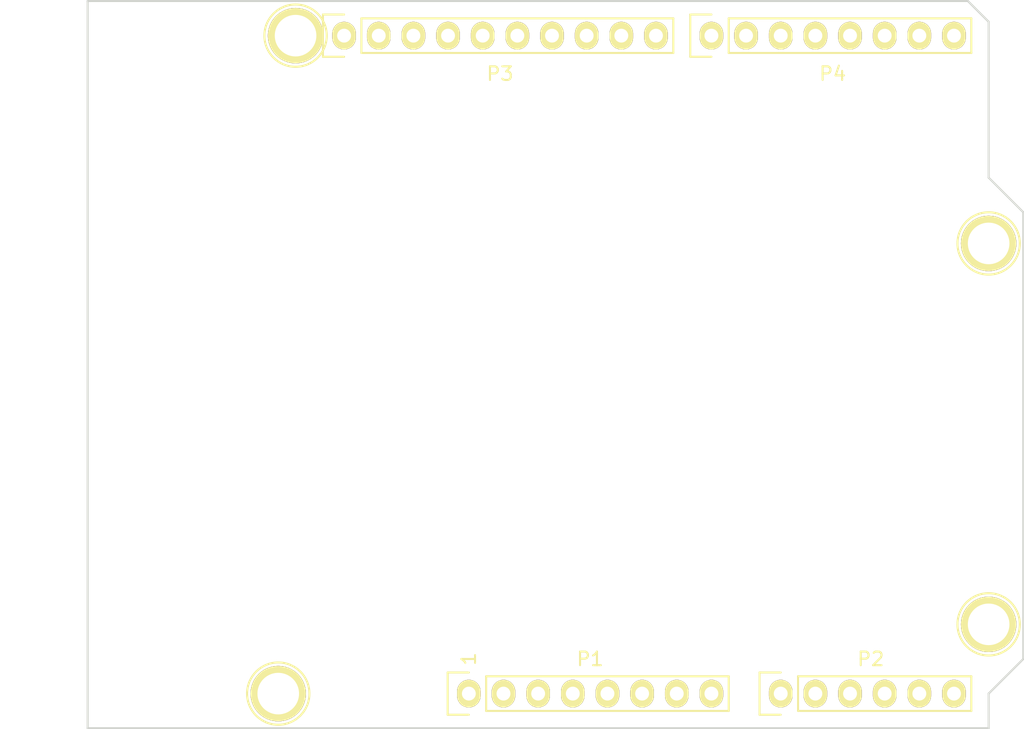
<source format=kicad_pcb>
(kicad_pcb (version 4) (host pcbnew 4.0.6-e0-6349~53~ubuntu16.04.1)

  (general
    (links 4)
    (no_connects 4)
    (area 104.572999 71.542 182.071334 127.694)
    (thickness 1.6)
    (drawings 27)
    (tracks 0)
    (zones 0)
    (modules 8)
    (nets 33)
  )

  (page A4)
  (title_block
    (date "lun. 30 mars 2015")
  )

  (layers
    (0 F.Cu signal)
    (31 B.Cu signal)
    (32 B.Adhes user)
    (33 F.Adhes user)
    (34 B.Paste user)
    (35 F.Paste user)
    (36 B.SilkS user)
    (37 F.SilkS user)
    (38 B.Mask user)
    (39 F.Mask user)
    (40 Dwgs.User user)
    (41 Cmts.User user)
    (42 Eco1.User user)
    (43 Eco2.User user)
    (44 Edge.Cuts user)
    (45 Margin user)
    (46 B.CrtYd user)
    (47 F.CrtYd user)
    (48 B.Fab user)
    (49 F.Fab user)
  )

  (setup
    (last_trace_width 0.25)
    (trace_clearance 0.2)
    (zone_clearance 0.508)
    (zone_45_only no)
    (trace_min 0.2)
    (segment_width 0.15)
    (edge_width 0.15)
    (via_size 0.6)
    (via_drill 0.4)
    (via_min_size 0.4)
    (via_min_drill 0.3)
    (uvia_size 0.3)
    (uvia_drill 0.1)
    (uvias_allowed no)
    (uvia_min_size 0.2)
    (uvia_min_drill 0.1)
    (pcb_text_width 0.3)
    (pcb_text_size 1.5 1.5)
    (mod_edge_width 0.15)
    (mod_text_size 1 1)
    (mod_text_width 0.15)
    (pad_size 4.064 4.064)
    (pad_drill 3.048)
    (pad_to_mask_clearance 0)
    (aux_axis_origin 110.998 126.365)
    (grid_origin 110.998 126.365)
    (visible_elements FFFFFF7F)
    (pcbplotparams
      (layerselection 0x00030_80000001)
      (usegerberextensions false)
      (excludeedgelayer true)
      (linewidth 0.100000)
      (plotframeref false)
      (viasonmask false)
      (mode 1)
      (useauxorigin false)
      (hpglpennumber 1)
      (hpglpenspeed 20)
      (hpglpendiameter 15)
      (hpglpenoverlay 2)
      (psnegative false)
      (psa4output false)
      (plotreference true)
      (plotvalue true)
      (plotinvisibletext false)
      (padsonsilk false)
      (subtractmaskfromsilk false)
      (outputformat 1)
      (mirror false)
      (drillshape 1)
      (scaleselection 1)
      (outputdirectory ""))
  )

  (net 0 "")
  (net 1 /IOREF)
  (net 2 /Reset)
  (net 3 +5V)
  (net 4 GND)
  (net 5 /Vin)
  (net 6 /A0)
  (net 7 /A1)
  (net 8 /A2)
  (net 9 /A3)
  (net 10 /AREF)
  (net 11 "/A4(SDA)")
  (net 12 "/A5(SCL)")
  (net 13 "/9(**)")
  (net 14 /8)
  (net 15 /7)
  (net 16 "/6(**)")
  (net 17 "/5(**)")
  (net 18 /4)
  (net 19 "/3(**)")
  (net 20 /2)
  (net 21 "/1(Tx)")
  (net 22 "/0(Rx)")
  (net 23 "Net-(P5-Pad1)")
  (net 24 "Net-(P6-Pad1)")
  (net 25 "Net-(P7-Pad1)")
  (net 26 "Net-(P8-Pad1)")
  (net 27 "/13(SCK)")
  (net 28 "/10(**/SS)")
  (net 29 "Net-(P1-Pad1)")
  (net 30 +3V3)
  (net 31 "/12(MISO)")
  (net 32 "/11(**/MOSI)")

  (net_class Default "This is the default net class."
    (clearance 0.2)
    (trace_width 0.25)
    (via_dia 0.6)
    (via_drill 0.4)
    (uvia_dia 0.3)
    (uvia_drill 0.1)
    (add_net +3V3)
    (add_net +5V)
    (add_net "/0(Rx)")
    (add_net "/1(Tx)")
    (add_net "/10(**/SS)")
    (add_net "/11(**/MOSI)")
    (add_net "/12(MISO)")
    (add_net "/13(SCK)")
    (add_net /2)
    (add_net "/3(**)")
    (add_net /4)
    (add_net "/5(**)")
    (add_net "/6(**)")
    (add_net /7)
    (add_net /8)
    (add_net "/9(**)")
    (add_net /A0)
    (add_net /A1)
    (add_net /A2)
    (add_net /A3)
    (add_net "/A4(SDA)")
    (add_net "/A5(SCL)")
    (add_net /AREF)
    (add_net /IOREF)
    (add_net /Reset)
    (add_net /Vin)
    (add_net GND)
    (add_net "Net-(P1-Pad1)")
    (add_net "Net-(P5-Pad1)")
    (add_net "Net-(P6-Pad1)")
    (add_net "Net-(P7-Pad1)")
    (add_net "Net-(P8-Pad1)")
  )

  (module Socket_Arduino_Uno:Socket_Strip_Arduino_1x08 locked (layer F.Cu) (tedit 552168D2) (tstamp 551AF9EA)
    (at 138.938 123.825)
    (descr "Through hole socket strip")
    (tags "socket strip")
    (path /56D70129)
    (fp_text reference P1 (at 8.89 -2.54) (layer F.SilkS)
      (effects (font (size 1 1) (thickness 0.15)))
    )
    (fp_text value Power (at 8.89 -4.064) (layer F.Fab)
      (effects (font (size 1 1) (thickness 0.15)))
    )
    (fp_line (start -1.75 -1.75) (end -1.75 1.75) (layer F.CrtYd) (width 0.05))
    (fp_line (start 19.55 -1.75) (end 19.55 1.75) (layer F.CrtYd) (width 0.05))
    (fp_line (start -1.75 -1.75) (end 19.55 -1.75) (layer F.CrtYd) (width 0.05))
    (fp_line (start -1.75 1.75) (end 19.55 1.75) (layer F.CrtYd) (width 0.05))
    (fp_line (start 1.27 1.27) (end 19.05 1.27) (layer F.SilkS) (width 0.15))
    (fp_line (start 19.05 1.27) (end 19.05 -1.27) (layer F.SilkS) (width 0.15))
    (fp_line (start 19.05 -1.27) (end 1.27 -1.27) (layer F.SilkS) (width 0.15))
    (fp_line (start -1.55 1.55) (end 0 1.55) (layer F.SilkS) (width 0.15))
    (fp_line (start 1.27 1.27) (end 1.27 -1.27) (layer F.SilkS) (width 0.15))
    (fp_line (start 0 -1.55) (end -1.55 -1.55) (layer F.SilkS) (width 0.15))
    (fp_line (start -1.55 -1.55) (end -1.55 1.55) (layer F.SilkS) (width 0.15))
    (pad 1 thru_hole oval (at 0 0) (size 1.7272 2.032) (drill 1.016) (layers *.Cu *.Mask F.SilkS)
      (net 29 "Net-(P1-Pad1)"))
    (pad 2 thru_hole oval (at 2.54 0) (size 1.7272 2.032) (drill 1.016) (layers *.Cu *.Mask F.SilkS)
      (net 1 /IOREF))
    (pad 3 thru_hole oval (at 5.08 0) (size 1.7272 2.032) (drill 1.016) (layers *.Cu *.Mask F.SilkS)
      (net 2 /Reset))
    (pad 4 thru_hole oval (at 7.62 0) (size 1.7272 2.032) (drill 1.016) (layers *.Cu *.Mask F.SilkS)
      (net 30 +3V3))
    (pad 5 thru_hole oval (at 10.16 0) (size 1.7272 2.032) (drill 1.016) (layers *.Cu *.Mask F.SilkS)
      (net 3 +5V))
    (pad 6 thru_hole oval (at 12.7 0) (size 1.7272 2.032) (drill 1.016) (layers *.Cu *.Mask F.SilkS)
      (net 4 GND))
    (pad 7 thru_hole oval (at 15.24 0) (size 1.7272 2.032) (drill 1.016) (layers *.Cu *.Mask F.SilkS)
      (net 4 GND))
    (pad 8 thru_hole oval (at 17.78 0) (size 1.7272 2.032) (drill 1.016) (layers *.Cu *.Mask F.SilkS)
      (net 5 /Vin))
    (model ${KIPRJMOD}/Socket_Arduino_Uno.3dshapes/Socket_header_Arduino_1x08.wrl
      (at (xyz 0.35 0 0))
      (scale (xyz 1 1 1))
      (rotate (xyz 0 0 180))
    )
  )

  (module Socket_Arduino_Uno:Socket_Strip_Arduino_1x06 locked (layer F.Cu) (tedit 552168D6) (tstamp 551AF9FF)
    (at 161.798 123.825)
    (descr "Through hole socket strip")
    (tags "socket strip")
    (path /56D70DD8)
    (fp_text reference P2 (at 6.604 -2.54) (layer F.SilkS)
      (effects (font (size 1 1) (thickness 0.15)))
    )
    (fp_text value Analog (at 6.604 -4.064) (layer F.Fab)
      (effects (font (size 1 1) (thickness 0.15)))
    )
    (fp_line (start -1.75 -1.75) (end -1.75 1.75) (layer F.CrtYd) (width 0.05))
    (fp_line (start 14.45 -1.75) (end 14.45 1.75) (layer F.CrtYd) (width 0.05))
    (fp_line (start -1.75 -1.75) (end 14.45 -1.75) (layer F.CrtYd) (width 0.05))
    (fp_line (start -1.75 1.75) (end 14.45 1.75) (layer F.CrtYd) (width 0.05))
    (fp_line (start 1.27 1.27) (end 13.97 1.27) (layer F.SilkS) (width 0.15))
    (fp_line (start 13.97 1.27) (end 13.97 -1.27) (layer F.SilkS) (width 0.15))
    (fp_line (start 13.97 -1.27) (end 1.27 -1.27) (layer F.SilkS) (width 0.15))
    (fp_line (start -1.55 1.55) (end 0 1.55) (layer F.SilkS) (width 0.15))
    (fp_line (start 1.27 1.27) (end 1.27 -1.27) (layer F.SilkS) (width 0.15))
    (fp_line (start 0 -1.55) (end -1.55 -1.55) (layer F.SilkS) (width 0.15))
    (fp_line (start -1.55 -1.55) (end -1.55 1.55) (layer F.SilkS) (width 0.15))
    (pad 1 thru_hole oval (at 0 0) (size 1.7272 2.032) (drill 1.016) (layers *.Cu *.Mask F.SilkS)
      (net 6 /A0))
    (pad 2 thru_hole oval (at 2.54 0) (size 1.7272 2.032) (drill 1.016) (layers *.Cu *.Mask F.SilkS)
      (net 7 /A1))
    (pad 3 thru_hole oval (at 5.08 0) (size 1.7272 2.032) (drill 1.016) (layers *.Cu *.Mask F.SilkS)
      (net 8 /A2))
    (pad 4 thru_hole oval (at 7.62 0) (size 1.7272 2.032) (drill 1.016) (layers *.Cu *.Mask F.SilkS)
      (net 9 /A3))
    (pad 5 thru_hole oval (at 10.16 0) (size 1.7272 2.032) (drill 1.016) (layers *.Cu *.Mask F.SilkS)
      (net 11 "/A4(SDA)"))
    (pad 6 thru_hole oval (at 12.7 0) (size 1.7272 2.032) (drill 1.016) (layers *.Cu *.Mask F.SilkS)
      (net 12 "/A5(SCL)"))
    (model ${KIPRJMOD}/Socket_Arduino_Uno.3dshapes/Socket_header_Arduino_1x06.wrl
      (at (xyz 0.25 0 0))
      (scale (xyz 1 1 1))
      (rotate (xyz 0 0 180))
    )
  )

  (module Socket_Arduino_Uno:Socket_Strip_Arduino_1x10 locked (layer F.Cu) (tedit 552168BF) (tstamp 551AFA18)
    (at 129.794 75.565)
    (descr "Through hole socket strip")
    (tags "socket strip")
    (path /56D721E0)
    (fp_text reference P3 (at 11.43 2.794) (layer F.SilkS)
      (effects (font (size 1 1) (thickness 0.15)))
    )
    (fp_text value Digital (at 11.43 4.318) (layer F.Fab)
      (effects (font (size 1 1) (thickness 0.15)))
    )
    (fp_line (start -1.75 -1.75) (end -1.75 1.75) (layer F.CrtYd) (width 0.05))
    (fp_line (start 24.65 -1.75) (end 24.65 1.75) (layer F.CrtYd) (width 0.05))
    (fp_line (start -1.75 -1.75) (end 24.65 -1.75) (layer F.CrtYd) (width 0.05))
    (fp_line (start -1.75 1.75) (end 24.65 1.75) (layer F.CrtYd) (width 0.05))
    (fp_line (start 1.27 1.27) (end 24.13 1.27) (layer F.SilkS) (width 0.15))
    (fp_line (start 24.13 1.27) (end 24.13 -1.27) (layer F.SilkS) (width 0.15))
    (fp_line (start 24.13 -1.27) (end 1.27 -1.27) (layer F.SilkS) (width 0.15))
    (fp_line (start -1.55 1.55) (end 0 1.55) (layer F.SilkS) (width 0.15))
    (fp_line (start 1.27 1.27) (end 1.27 -1.27) (layer F.SilkS) (width 0.15))
    (fp_line (start 0 -1.55) (end -1.55 -1.55) (layer F.SilkS) (width 0.15))
    (fp_line (start -1.55 -1.55) (end -1.55 1.55) (layer F.SilkS) (width 0.15))
    (pad 1 thru_hole oval (at 0 0) (size 1.7272 2.032) (drill 1.016) (layers *.Cu *.Mask F.SilkS)
      (net 12 "/A5(SCL)"))
    (pad 2 thru_hole oval (at 2.54 0) (size 1.7272 2.032) (drill 1.016) (layers *.Cu *.Mask F.SilkS)
      (net 11 "/A4(SDA)"))
    (pad 3 thru_hole oval (at 5.08 0) (size 1.7272 2.032) (drill 1.016) (layers *.Cu *.Mask F.SilkS)
      (net 10 /AREF))
    (pad 4 thru_hole oval (at 7.62 0) (size 1.7272 2.032) (drill 1.016) (layers *.Cu *.Mask F.SilkS)
      (net 4 GND))
    (pad 5 thru_hole oval (at 10.16 0) (size 1.7272 2.032) (drill 1.016) (layers *.Cu *.Mask F.SilkS)
      (net 27 "/13(SCK)"))
    (pad 6 thru_hole oval (at 12.7 0) (size 1.7272 2.032) (drill 1.016) (layers *.Cu *.Mask F.SilkS)
      (net 31 "/12(MISO)"))
    (pad 7 thru_hole oval (at 15.24 0) (size 1.7272 2.032) (drill 1.016) (layers *.Cu *.Mask F.SilkS)
      (net 32 "/11(**/MOSI)"))
    (pad 8 thru_hole oval (at 17.78 0) (size 1.7272 2.032) (drill 1.016) (layers *.Cu *.Mask F.SilkS)
      (net 28 "/10(**/SS)"))
    (pad 9 thru_hole oval (at 20.32 0) (size 1.7272 2.032) (drill 1.016) (layers *.Cu *.Mask F.SilkS)
      (net 13 "/9(**)"))
    (pad 10 thru_hole oval (at 22.86 0) (size 1.7272 2.032) (drill 1.016) (layers *.Cu *.Mask F.SilkS)
      (net 14 /8))
    (model ${KIPRJMOD}/Socket_Arduino_Uno.3dshapes/Socket_header_Arduino_1x10.wrl
      (at (xyz 0.45 0 0))
      (scale (xyz 1 1 1))
      (rotate (xyz 0 0 180))
    )
  )

  (module Socket_Arduino_Uno:Socket_Strip_Arduino_1x08 locked (layer F.Cu) (tedit 552168C7) (tstamp 551AFA2F)
    (at 156.718 75.565)
    (descr "Through hole socket strip")
    (tags "socket strip")
    (path /56D7164F)
    (fp_text reference P4 (at 8.89 2.794) (layer F.SilkS)
      (effects (font (size 1 1) (thickness 0.15)))
    )
    (fp_text value Digital (at 8.89 4.318) (layer F.Fab)
      (effects (font (size 1 1) (thickness 0.15)))
    )
    (fp_line (start -1.75 -1.75) (end -1.75 1.75) (layer F.CrtYd) (width 0.05))
    (fp_line (start 19.55 -1.75) (end 19.55 1.75) (layer F.CrtYd) (width 0.05))
    (fp_line (start -1.75 -1.75) (end 19.55 -1.75) (layer F.CrtYd) (width 0.05))
    (fp_line (start -1.75 1.75) (end 19.55 1.75) (layer F.CrtYd) (width 0.05))
    (fp_line (start 1.27 1.27) (end 19.05 1.27) (layer F.SilkS) (width 0.15))
    (fp_line (start 19.05 1.27) (end 19.05 -1.27) (layer F.SilkS) (width 0.15))
    (fp_line (start 19.05 -1.27) (end 1.27 -1.27) (layer F.SilkS) (width 0.15))
    (fp_line (start -1.55 1.55) (end 0 1.55) (layer F.SilkS) (width 0.15))
    (fp_line (start 1.27 1.27) (end 1.27 -1.27) (layer F.SilkS) (width 0.15))
    (fp_line (start 0 -1.55) (end -1.55 -1.55) (layer F.SilkS) (width 0.15))
    (fp_line (start -1.55 -1.55) (end -1.55 1.55) (layer F.SilkS) (width 0.15))
    (pad 1 thru_hole oval (at 0 0) (size 1.7272 2.032) (drill 1.016) (layers *.Cu *.Mask F.SilkS)
      (net 15 /7))
    (pad 2 thru_hole oval (at 2.54 0) (size 1.7272 2.032) (drill 1.016) (layers *.Cu *.Mask F.SilkS)
      (net 16 "/6(**)"))
    (pad 3 thru_hole oval (at 5.08 0) (size 1.7272 2.032) (drill 1.016) (layers *.Cu *.Mask F.SilkS)
      (net 17 "/5(**)"))
    (pad 4 thru_hole oval (at 7.62 0) (size 1.7272 2.032) (drill 1.016) (layers *.Cu *.Mask F.SilkS)
      (net 18 /4))
    (pad 5 thru_hole oval (at 10.16 0) (size 1.7272 2.032) (drill 1.016) (layers *.Cu *.Mask F.SilkS)
      (net 19 "/3(**)"))
    (pad 6 thru_hole oval (at 12.7 0) (size 1.7272 2.032) (drill 1.016) (layers *.Cu *.Mask F.SilkS)
      (net 20 /2))
    (pad 7 thru_hole oval (at 15.24 0) (size 1.7272 2.032) (drill 1.016) (layers *.Cu *.Mask F.SilkS)
      (net 21 "/1(Tx)"))
    (pad 8 thru_hole oval (at 17.78 0) (size 1.7272 2.032) (drill 1.016) (layers *.Cu *.Mask F.SilkS)
      (net 22 "/0(Rx)"))
    (model ${KIPRJMOD}/Socket_Arduino_Uno.3dshapes/Socket_header_Arduino_1x08.wrl
      (at (xyz 0.35 0 0))
      (scale (xyz 1 1 1))
      (rotate (xyz 0 0 180))
    )
  )

  (module Socket_Arduino_Uno:Arduino_1pin locked (layer F.Cu) (tedit 5524FC39) (tstamp 5524FC3F)
    (at 124.968 123.825)
    (descr "module 1 pin (ou trou mecanique de percage)")
    (tags DEV)
    (path /56D71177)
    (fp_text reference P5 (at 0 -3.048) (layer F.SilkS) hide
      (effects (font (size 1 1) (thickness 0.15)))
    )
    (fp_text value CONN_01X01 (at 0 2.794) (layer F.Fab) hide
      (effects (font (size 1 1) (thickness 0.15)))
    )
    (fp_circle (center 0 0) (end 0 -2.286) (layer F.SilkS) (width 0.15))
    (pad 1 thru_hole circle (at 0 0) (size 4.064 4.064) (drill 3.048) (layers *.Cu *.Mask F.SilkS)
      (net 23 "Net-(P5-Pad1)"))
  )

  (module Socket_Arduino_Uno:Arduino_1pin locked (layer F.Cu) (tedit 5524FC4A) (tstamp 5524FC44)
    (at 177.038 118.745)
    (descr "module 1 pin (ou trou mecanique de percage)")
    (tags DEV)
    (path /56D71274)
    (fp_text reference P6 (at 0 -3.048) (layer F.SilkS) hide
      (effects (font (size 1 1) (thickness 0.15)))
    )
    (fp_text value CONN_01X01 (at 0 2.794) (layer F.Fab) hide
      (effects (font (size 1 1) (thickness 0.15)))
    )
    (fp_circle (center 0 0) (end 0 -2.286) (layer F.SilkS) (width 0.15))
    (pad 1 thru_hole circle (at 0 0) (size 4.064 4.064) (drill 3.048) (layers *.Cu *.Mask F.SilkS)
      (net 24 "Net-(P6-Pad1)"))
  )

  (module Socket_Arduino_Uno:Arduino_1pin locked (layer F.Cu) (tedit 5524FC2F) (tstamp 5524FC49)
    (at 126.238 75.565)
    (descr "module 1 pin (ou trou mecanique de percage)")
    (tags DEV)
    (path /56D712A8)
    (fp_text reference P7 (at 0 -3.048) (layer F.SilkS) hide
      (effects (font (size 1 1) (thickness 0.15)))
    )
    (fp_text value CONN_01X01 (at 0 2.794) (layer F.Fab) hide
      (effects (font (size 1 1) (thickness 0.15)))
    )
    (fp_circle (center 0 0) (end 0 -2.286) (layer F.SilkS) (width 0.15))
    (pad 1 thru_hole circle (at 0 0) (size 4.064 4.064) (drill 3.048) (layers *.Cu *.Mask F.SilkS)
      (net 25 "Net-(P7-Pad1)"))
  )

  (module Socket_Arduino_Uno:Arduino_1pin locked (layer F.Cu) (tedit 5524FC41) (tstamp 5524FC4E)
    (at 177.038 90.805)
    (descr "module 1 pin (ou trou mecanique de percage)")
    (tags DEV)
    (path /56D712DB)
    (fp_text reference P8 (at 0 -3.048) (layer F.SilkS) hide
      (effects (font (size 1 1) (thickness 0.15)))
    )
    (fp_text value CONN_01X01 (at 0 2.794) (layer F.Fab) hide
      (effects (font (size 1 1) (thickness 0.15)))
    )
    (fp_circle (center 0 0) (end 0 -2.286) (layer F.SilkS) (width 0.15))
    (pad 1 thru_hole circle (at 0 0) (size 4.064 4.064) (drill 3.048) (layers *.Cu *.Mask F.SilkS)
      (net 26 "Net-(P8-Pad1)"))
  )

  (gr_text 1 (at 138.938 121.285 90) (layer F.SilkS)
    (effects (font (size 1 1) (thickness 0.15)))
  )
  (gr_circle (center 117.348 76.962) (end 118.618 76.962) (layer Dwgs.User) (width 0.15))
  (gr_line (start 114.427 78.994) (end 114.427 74.93) (angle 90) (layer Dwgs.User) (width 0.15))
  (gr_line (start 120.269 78.994) (end 114.427 78.994) (angle 90) (layer Dwgs.User) (width 0.15))
  (gr_line (start 120.269 74.93) (end 120.269 78.994) (angle 90) (layer Dwgs.User) (width 0.15))
  (gr_line (start 114.427 74.93) (end 120.269 74.93) (angle 90) (layer Dwgs.User) (width 0.15))
  (gr_line (start 120.523 93.98) (end 104.648 93.98) (angle 90) (layer Dwgs.User) (width 0.15))
  (gr_line (start 177.038 74.549) (end 175.514 73.025) (angle 90) (layer Edge.Cuts) (width 0.15))
  (gr_line (start 177.038 85.979) (end 177.038 74.549) (angle 90) (layer Edge.Cuts) (width 0.15))
  (gr_line (start 179.578 88.519) (end 177.038 85.979) (angle 90) (layer Edge.Cuts) (width 0.15))
  (gr_line (start 179.578 121.285) (end 179.578 88.519) (angle 90) (layer Edge.Cuts) (width 0.15))
  (gr_line (start 177.038 123.825) (end 179.578 121.285) (angle 90) (layer Edge.Cuts) (width 0.15))
  (gr_line (start 177.038 126.365) (end 177.038 123.825) (angle 90) (layer Edge.Cuts) (width 0.15))
  (gr_line (start 110.998 126.365) (end 177.038 126.365) (angle 90) (layer Edge.Cuts) (width 0.15))
  (gr_line (start 110.998 73.025) (end 110.998 126.365) (angle 90) (layer Edge.Cuts) (width 0.15))
  (gr_line (start 175.514 73.025) (end 110.998 73.025) (angle 90) (layer Edge.Cuts) (width 0.15))
  (gr_line (start 173.355 102.235) (end 173.355 94.615) (angle 90) (layer Dwgs.User) (width 0.15))
  (gr_line (start 178.435 102.235) (end 173.355 102.235) (angle 90) (layer Dwgs.User) (width 0.15))
  (gr_line (start 178.435 94.615) (end 178.435 102.235) (angle 90) (layer Dwgs.User) (width 0.15))
  (gr_line (start 173.355 94.615) (end 178.435 94.615) (angle 90) (layer Dwgs.User) (width 0.15))
  (gr_line (start 109.093 123.19) (end 109.093 114.3) (angle 90) (layer Dwgs.User) (width 0.15))
  (gr_line (start 122.428 123.19) (end 109.093 123.19) (angle 90) (layer Dwgs.User) (width 0.15))
  (gr_line (start 122.428 114.3) (end 122.428 123.19) (angle 90) (layer Dwgs.User) (width 0.15))
  (gr_line (start 109.093 114.3) (end 122.428 114.3) (angle 90) (layer Dwgs.User) (width 0.15))
  (gr_line (start 104.648 93.98) (end 104.648 82.55) (angle 90) (layer Dwgs.User) (width 0.15))
  (gr_line (start 120.523 82.55) (end 120.523 93.98) (angle 90) (layer Dwgs.User) (width 0.15))
  (gr_line (start 104.648 82.55) (end 120.523 82.55) (angle 90) (layer Dwgs.User) (width 0.15))

)

</source>
